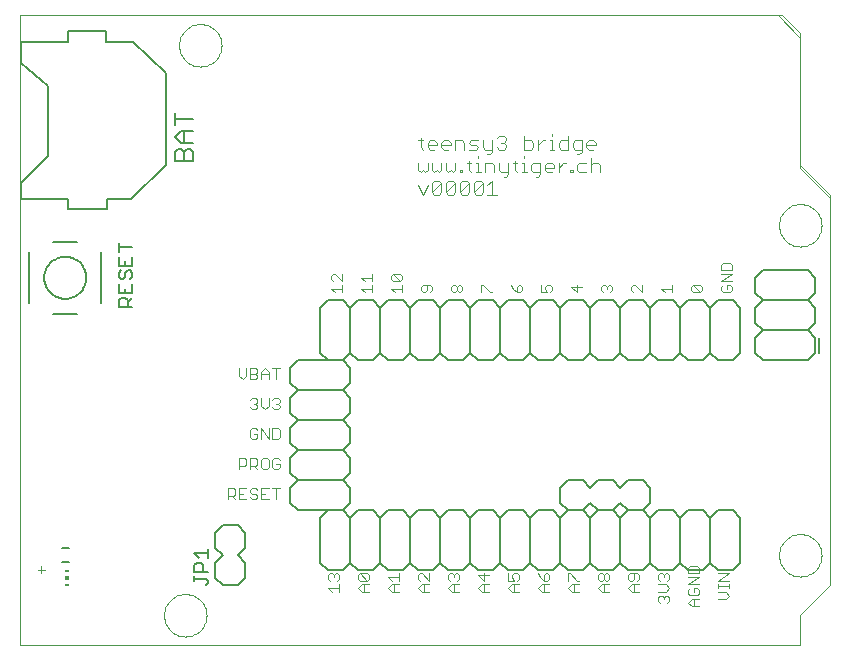
<source format=gto>
G75*
G70*
%OFA0B0*%
%FSLAX24Y24*%
%IPPOS*%
%LPD*%
%AMOC8*
5,1,8,0,0,1.08239X$1,22.5*
%
%ADD10C,0.0000*%
%ADD11C,0.0040*%
%ADD12C,0.0030*%
%ADD13C,0.0080*%
%ADD14C,0.0060*%
%ADD15C,0.0050*%
%ADD16R,0.0118X0.0059*%
%ADD17R,0.0118X0.0118*%
D10*
X007831Y006663D02*
X007831Y027663D01*
X033231Y027663D01*
X033831Y027063D01*
X033831Y022563D01*
X034831Y021563D01*
X034831Y008663D01*
X033831Y007663D01*
X033831Y006663D01*
X007831Y006663D01*
X007831Y027663D01*
X033081Y027663D01*
X033831Y026913D01*
X033831Y022663D01*
X034831Y021663D01*
X034831Y008663D01*
X033831Y007663D01*
X033831Y006663D01*
X007831Y006663D01*
X012622Y007663D02*
X012624Y007716D01*
X012630Y007769D01*
X012640Y007821D01*
X012653Y007872D01*
X012671Y007922D01*
X012692Y007971D01*
X012717Y008018D01*
X012745Y008062D01*
X012777Y008105D01*
X012811Y008145D01*
X012849Y008183D01*
X012889Y008217D01*
X012932Y008249D01*
X012977Y008277D01*
X013023Y008302D01*
X013072Y008323D01*
X013122Y008341D01*
X013173Y008354D01*
X013225Y008364D01*
X013278Y008370D01*
X013331Y008372D01*
X013384Y008370D01*
X013437Y008364D01*
X013489Y008354D01*
X013540Y008341D01*
X013590Y008323D01*
X013639Y008302D01*
X013686Y008277D01*
X013730Y008249D01*
X013773Y008217D01*
X013813Y008183D01*
X013851Y008145D01*
X013885Y008105D01*
X013917Y008062D01*
X013945Y008017D01*
X013970Y007971D01*
X013991Y007922D01*
X014009Y007872D01*
X014022Y007821D01*
X014032Y007769D01*
X014038Y007716D01*
X014040Y007663D01*
X014038Y007610D01*
X014032Y007557D01*
X014022Y007505D01*
X014009Y007454D01*
X013991Y007404D01*
X013970Y007355D01*
X013945Y007308D01*
X013917Y007264D01*
X013885Y007221D01*
X013851Y007181D01*
X013813Y007143D01*
X013773Y007109D01*
X013730Y007077D01*
X013685Y007049D01*
X013639Y007024D01*
X013590Y007003D01*
X013540Y006985D01*
X013489Y006972D01*
X013437Y006962D01*
X013384Y006956D01*
X013331Y006954D01*
X013278Y006956D01*
X013225Y006962D01*
X013173Y006972D01*
X013122Y006985D01*
X013072Y007003D01*
X013023Y007024D01*
X012976Y007049D01*
X012932Y007077D01*
X012889Y007109D01*
X012849Y007143D01*
X012811Y007181D01*
X012777Y007221D01*
X012745Y007264D01*
X012717Y007309D01*
X012692Y007355D01*
X012671Y007404D01*
X012653Y007454D01*
X012640Y007505D01*
X012630Y007557D01*
X012624Y007610D01*
X012622Y007663D01*
X033122Y009663D02*
X033124Y009716D01*
X033130Y009769D01*
X033140Y009821D01*
X033153Y009872D01*
X033171Y009922D01*
X033192Y009971D01*
X033217Y010018D01*
X033245Y010062D01*
X033277Y010105D01*
X033311Y010145D01*
X033349Y010183D01*
X033389Y010217D01*
X033432Y010249D01*
X033477Y010277D01*
X033523Y010302D01*
X033572Y010323D01*
X033622Y010341D01*
X033673Y010354D01*
X033725Y010364D01*
X033778Y010370D01*
X033831Y010372D01*
X033884Y010370D01*
X033937Y010364D01*
X033989Y010354D01*
X034040Y010341D01*
X034090Y010323D01*
X034139Y010302D01*
X034186Y010277D01*
X034230Y010249D01*
X034273Y010217D01*
X034313Y010183D01*
X034351Y010145D01*
X034385Y010105D01*
X034417Y010062D01*
X034445Y010017D01*
X034470Y009971D01*
X034491Y009922D01*
X034509Y009872D01*
X034522Y009821D01*
X034532Y009769D01*
X034538Y009716D01*
X034540Y009663D01*
X034538Y009610D01*
X034532Y009557D01*
X034522Y009505D01*
X034509Y009454D01*
X034491Y009404D01*
X034470Y009355D01*
X034445Y009308D01*
X034417Y009264D01*
X034385Y009221D01*
X034351Y009181D01*
X034313Y009143D01*
X034273Y009109D01*
X034230Y009077D01*
X034185Y009049D01*
X034139Y009024D01*
X034090Y009003D01*
X034040Y008985D01*
X033989Y008972D01*
X033937Y008962D01*
X033884Y008956D01*
X033831Y008954D01*
X033778Y008956D01*
X033725Y008962D01*
X033673Y008972D01*
X033622Y008985D01*
X033572Y009003D01*
X033523Y009024D01*
X033476Y009049D01*
X033432Y009077D01*
X033389Y009109D01*
X033349Y009143D01*
X033311Y009181D01*
X033277Y009221D01*
X033245Y009264D01*
X033217Y009309D01*
X033192Y009355D01*
X033171Y009404D01*
X033153Y009454D01*
X033140Y009505D01*
X033130Y009557D01*
X033124Y009610D01*
X033122Y009663D01*
X033122Y020663D02*
X033124Y020716D01*
X033130Y020769D01*
X033140Y020821D01*
X033153Y020872D01*
X033171Y020922D01*
X033192Y020971D01*
X033217Y021018D01*
X033245Y021062D01*
X033277Y021105D01*
X033311Y021145D01*
X033349Y021183D01*
X033389Y021217D01*
X033432Y021249D01*
X033477Y021277D01*
X033523Y021302D01*
X033572Y021323D01*
X033622Y021341D01*
X033673Y021354D01*
X033725Y021364D01*
X033778Y021370D01*
X033831Y021372D01*
X033884Y021370D01*
X033937Y021364D01*
X033989Y021354D01*
X034040Y021341D01*
X034090Y021323D01*
X034139Y021302D01*
X034186Y021277D01*
X034230Y021249D01*
X034273Y021217D01*
X034313Y021183D01*
X034351Y021145D01*
X034385Y021105D01*
X034417Y021062D01*
X034445Y021017D01*
X034470Y020971D01*
X034491Y020922D01*
X034509Y020872D01*
X034522Y020821D01*
X034532Y020769D01*
X034538Y020716D01*
X034540Y020663D01*
X034538Y020610D01*
X034532Y020557D01*
X034522Y020505D01*
X034509Y020454D01*
X034491Y020404D01*
X034470Y020355D01*
X034445Y020308D01*
X034417Y020264D01*
X034385Y020221D01*
X034351Y020181D01*
X034313Y020143D01*
X034273Y020109D01*
X034230Y020077D01*
X034185Y020049D01*
X034139Y020024D01*
X034090Y020003D01*
X034040Y019985D01*
X033989Y019972D01*
X033937Y019962D01*
X033884Y019956D01*
X033831Y019954D01*
X033778Y019956D01*
X033725Y019962D01*
X033673Y019972D01*
X033622Y019985D01*
X033572Y020003D01*
X033523Y020024D01*
X033476Y020049D01*
X033432Y020077D01*
X033389Y020109D01*
X033349Y020143D01*
X033311Y020181D01*
X033277Y020221D01*
X033245Y020264D01*
X033217Y020309D01*
X033192Y020355D01*
X033171Y020404D01*
X033153Y020454D01*
X033140Y020505D01*
X033130Y020557D01*
X033124Y020610D01*
X033122Y020663D01*
X013122Y026663D02*
X013124Y026716D01*
X013130Y026769D01*
X013140Y026821D01*
X013153Y026872D01*
X013171Y026922D01*
X013192Y026971D01*
X013217Y027018D01*
X013245Y027062D01*
X013277Y027105D01*
X013311Y027145D01*
X013349Y027183D01*
X013389Y027217D01*
X013432Y027249D01*
X013477Y027277D01*
X013523Y027302D01*
X013572Y027323D01*
X013622Y027341D01*
X013673Y027354D01*
X013725Y027364D01*
X013778Y027370D01*
X013831Y027372D01*
X013884Y027370D01*
X013937Y027364D01*
X013989Y027354D01*
X014040Y027341D01*
X014090Y027323D01*
X014139Y027302D01*
X014186Y027277D01*
X014230Y027249D01*
X014273Y027217D01*
X014313Y027183D01*
X014351Y027145D01*
X014385Y027105D01*
X014417Y027062D01*
X014445Y027017D01*
X014470Y026971D01*
X014491Y026922D01*
X014509Y026872D01*
X014522Y026821D01*
X014532Y026769D01*
X014538Y026716D01*
X014540Y026663D01*
X014538Y026610D01*
X014532Y026557D01*
X014522Y026505D01*
X014509Y026454D01*
X014491Y026404D01*
X014470Y026355D01*
X014445Y026308D01*
X014417Y026264D01*
X014385Y026221D01*
X014351Y026181D01*
X014313Y026143D01*
X014273Y026109D01*
X014230Y026077D01*
X014185Y026049D01*
X014139Y026024D01*
X014090Y026003D01*
X014040Y025985D01*
X013989Y025972D01*
X013937Y025962D01*
X013884Y025956D01*
X013831Y025954D01*
X013778Y025956D01*
X013725Y025962D01*
X013673Y025972D01*
X013622Y025985D01*
X013572Y026003D01*
X013523Y026024D01*
X013476Y026049D01*
X013432Y026077D01*
X013389Y026109D01*
X013349Y026143D01*
X013311Y026181D01*
X013277Y026221D01*
X013245Y026264D01*
X013217Y026309D01*
X013192Y026355D01*
X013171Y026404D01*
X013153Y026454D01*
X013140Y026505D01*
X013130Y026557D01*
X013124Y026610D01*
X013122Y026663D01*
D11*
X021101Y023490D02*
X021254Y023490D01*
X021178Y023567D02*
X021178Y023260D01*
X021254Y023183D01*
X021408Y023260D02*
X021408Y023413D01*
X021485Y023490D01*
X021638Y023490D01*
X021715Y023413D01*
X021715Y023336D01*
X021408Y023336D01*
X021408Y023260D02*
X021485Y023183D01*
X021638Y023183D01*
X021868Y023260D02*
X021868Y023413D01*
X021945Y023490D01*
X022098Y023490D01*
X022175Y023413D01*
X022175Y023336D01*
X021868Y023336D01*
X021868Y023260D02*
X021945Y023183D01*
X022098Y023183D01*
X022329Y023183D02*
X022329Y023490D01*
X022559Y023490D01*
X022636Y023413D01*
X022636Y023183D01*
X022789Y023183D02*
X023019Y023183D01*
X023096Y023260D01*
X023019Y023336D01*
X022866Y023336D01*
X022789Y023413D01*
X022866Y023490D01*
X023096Y023490D01*
X023249Y023490D02*
X023249Y023260D01*
X023326Y023183D01*
X023556Y023183D01*
X023556Y023106D02*
X023480Y023030D01*
X023403Y023030D01*
X023556Y023106D02*
X023556Y023490D01*
X023710Y023567D02*
X023787Y023643D01*
X023940Y023643D01*
X024017Y023567D01*
X024017Y023490D01*
X023940Y023413D01*
X024017Y023336D01*
X024017Y023260D01*
X023940Y023183D01*
X023787Y023183D01*
X023710Y023260D01*
X023863Y023413D02*
X023940Y023413D01*
X024631Y023490D02*
X024861Y023490D01*
X024938Y023413D01*
X024938Y023260D01*
X024861Y023183D01*
X024631Y023183D01*
X024631Y023643D01*
X025091Y023490D02*
X025091Y023183D01*
X025091Y023336D02*
X025245Y023490D01*
X025321Y023490D01*
X025475Y023490D02*
X025551Y023490D01*
X025551Y023183D01*
X025475Y023183D02*
X025628Y023183D01*
X025782Y023260D02*
X025782Y023413D01*
X025858Y023490D01*
X026089Y023490D01*
X026089Y023643D02*
X026089Y023183D01*
X025858Y023183D01*
X025782Y023260D01*
X025551Y023643D02*
X025551Y023720D01*
X026242Y023413D02*
X026242Y023260D01*
X026319Y023183D01*
X026549Y023183D01*
X026549Y023106D02*
X026549Y023490D01*
X026319Y023490D01*
X026242Y023413D01*
X026549Y023106D02*
X026472Y023030D01*
X026395Y023030D01*
X026472Y022740D02*
X026395Y022663D01*
X026395Y022510D01*
X026472Y022433D01*
X026702Y022433D01*
X026856Y022433D02*
X026856Y022893D01*
X026933Y022740D02*
X026856Y022663D01*
X026933Y022740D02*
X027086Y022740D01*
X027163Y022663D01*
X027163Y022433D01*
X026702Y022740D02*
X026472Y022740D01*
X026242Y022510D02*
X026242Y022433D01*
X026165Y022433D01*
X026165Y022510D01*
X026242Y022510D01*
X026012Y022740D02*
X025935Y022740D01*
X025782Y022586D01*
X025782Y022433D02*
X025782Y022740D01*
X025628Y022663D02*
X025628Y022586D01*
X025321Y022586D01*
X025321Y022510D02*
X025321Y022663D01*
X025398Y022740D01*
X025551Y022740D01*
X025628Y022663D01*
X025551Y022433D02*
X025398Y022433D01*
X025321Y022510D01*
X025168Y022433D02*
X024938Y022433D01*
X024861Y022510D01*
X024861Y022663D01*
X024938Y022740D01*
X025168Y022740D01*
X025168Y022356D01*
X025091Y022280D01*
X025014Y022280D01*
X024707Y022433D02*
X024554Y022433D01*
X024631Y022433D02*
X024631Y022740D01*
X024554Y022740D01*
X024400Y022740D02*
X024247Y022740D01*
X024324Y022817D02*
X024324Y022510D01*
X024400Y022433D01*
X024094Y022433D02*
X023863Y022433D01*
X023787Y022510D01*
X023787Y022740D01*
X023633Y022663D02*
X023633Y022433D01*
X023633Y022663D02*
X023556Y022740D01*
X023326Y022740D01*
X023326Y022433D01*
X023173Y022433D02*
X023019Y022433D01*
X023096Y022433D02*
X023096Y022740D01*
X023019Y022740D01*
X022866Y022740D02*
X022712Y022740D01*
X022789Y022817D02*
X022789Y022510D01*
X022866Y022433D01*
X022559Y022433D02*
X022559Y022510D01*
X022482Y022510D01*
X022482Y022433D01*
X022559Y022433D01*
X022329Y022510D02*
X022329Y022740D01*
X022329Y022510D02*
X022252Y022433D01*
X022175Y022510D01*
X022098Y022433D01*
X022022Y022510D01*
X022022Y022740D01*
X021868Y022740D02*
X021868Y022510D01*
X021792Y022433D01*
X021715Y022510D01*
X021638Y022433D01*
X021561Y022510D01*
X021561Y022740D01*
X021408Y022740D02*
X021408Y022510D01*
X021331Y022433D01*
X021254Y022510D01*
X021178Y022433D01*
X021101Y022510D01*
X021101Y022740D01*
X021101Y021990D02*
X021254Y021683D01*
X021408Y021990D01*
X021561Y022067D02*
X021638Y022143D01*
X021792Y022143D01*
X021868Y022067D01*
X021561Y021760D01*
X021638Y021683D01*
X021792Y021683D01*
X021868Y021760D01*
X021868Y022067D01*
X022022Y022067D02*
X022098Y022143D01*
X022252Y022143D01*
X022329Y022067D01*
X022022Y021760D01*
X022098Y021683D01*
X022252Y021683D01*
X022329Y021760D01*
X022329Y022067D01*
X022482Y022067D02*
X022482Y021760D01*
X022789Y022067D01*
X022789Y021760D01*
X022712Y021683D01*
X022559Y021683D01*
X022482Y021760D01*
X022482Y022067D02*
X022559Y022143D01*
X022712Y022143D01*
X022789Y022067D01*
X022943Y022067D02*
X023019Y022143D01*
X023173Y022143D01*
X023249Y022067D01*
X022943Y021760D01*
X023019Y021683D01*
X023173Y021683D01*
X023249Y021760D01*
X023249Y022067D01*
X023403Y021990D02*
X023556Y022143D01*
X023556Y021683D01*
X023403Y021683D02*
X023710Y021683D01*
X023940Y022280D02*
X024017Y022280D01*
X024094Y022356D01*
X024094Y022740D01*
X024631Y022893D02*
X024631Y022970D01*
X023096Y022970D02*
X023096Y022893D01*
X022943Y022067D02*
X022943Y021760D01*
X022022Y021760D02*
X022022Y022067D01*
X021561Y022067D02*
X021561Y021760D01*
X026702Y023260D02*
X026702Y023413D01*
X026779Y023490D01*
X026933Y023490D01*
X027009Y023413D01*
X027009Y023336D01*
X026702Y023336D01*
X026702Y023260D02*
X026779Y023183D01*
X026933Y023183D01*
D12*
X031196Y019350D02*
X031196Y019165D01*
X031566Y019165D01*
X031566Y019350D01*
X031504Y019411D01*
X031257Y019411D01*
X031196Y019350D01*
X031196Y019043D02*
X031566Y019043D01*
X031196Y018796D01*
X031566Y018796D01*
X031504Y018675D02*
X031381Y018675D01*
X031381Y018551D01*
X031504Y018428D02*
X031257Y018428D01*
X031196Y018490D01*
X031196Y018613D01*
X031257Y018675D01*
X031504Y018675D02*
X031566Y018613D01*
X031566Y018490D01*
X031504Y018428D01*
X030566Y018490D02*
X030504Y018428D01*
X030257Y018675D01*
X030504Y018675D01*
X030566Y018613D01*
X030566Y018490D01*
X030504Y018428D02*
X030257Y018428D01*
X030196Y018490D01*
X030196Y018613D01*
X030257Y018675D01*
X029566Y018675D02*
X029566Y018428D01*
X029566Y018551D02*
X029196Y018551D01*
X029319Y018428D01*
X028566Y018428D02*
X028319Y018675D01*
X028257Y018675D01*
X028196Y018613D01*
X028196Y018490D01*
X028257Y018428D01*
X028566Y018428D02*
X028566Y018675D01*
X027566Y018613D02*
X027566Y018490D01*
X027504Y018428D01*
X027381Y018551D02*
X027381Y018613D01*
X027443Y018675D01*
X027504Y018675D01*
X027566Y018613D01*
X027381Y018613D02*
X027319Y018675D01*
X027257Y018675D01*
X027196Y018613D01*
X027196Y018490D01*
X027257Y018428D01*
X026566Y018613D02*
X026196Y018613D01*
X026381Y018428D01*
X026381Y018675D01*
X025566Y018613D02*
X025566Y018490D01*
X025504Y018428D01*
X025381Y018428D02*
X025319Y018551D01*
X025319Y018613D01*
X025381Y018675D01*
X025504Y018675D01*
X025566Y018613D01*
X025381Y018428D02*
X025196Y018428D01*
X025196Y018675D01*
X024566Y018613D02*
X024504Y018675D01*
X024443Y018675D01*
X024381Y018613D01*
X024381Y018428D01*
X024504Y018428D01*
X024566Y018490D01*
X024566Y018613D01*
X024381Y018428D02*
X024257Y018551D01*
X024196Y018675D01*
X023566Y018428D02*
X023504Y018428D01*
X023257Y018675D01*
X023196Y018675D01*
X023196Y018428D01*
X022566Y018490D02*
X022504Y018428D01*
X022443Y018428D01*
X022381Y018490D01*
X022381Y018613D01*
X022443Y018675D01*
X022504Y018675D01*
X022566Y018613D01*
X022566Y018490D01*
X022381Y018490D02*
X022319Y018428D01*
X022257Y018428D01*
X022196Y018490D01*
X022196Y018613D01*
X022257Y018675D01*
X022319Y018675D01*
X022381Y018613D01*
X021566Y018613D02*
X021504Y018675D01*
X021257Y018675D01*
X021196Y018613D01*
X021196Y018490D01*
X021257Y018428D01*
X021319Y018428D01*
X021381Y018490D01*
X021381Y018675D01*
X021566Y018613D02*
X021566Y018490D01*
X021504Y018428D01*
X020566Y018428D02*
X020566Y018675D01*
X020566Y018551D02*
X020196Y018551D01*
X020319Y018428D01*
X020257Y018796D02*
X020196Y018858D01*
X020196Y018981D01*
X020257Y019043D01*
X020504Y018796D01*
X020566Y018858D01*
X020566Y018981D01*
X020504Y019043D01*
X020257Y019043D01*
X020257Y018796D02*
X020504Y018796D01*
X019566Y018796D02*
X019566Y019043D01*
X019566Y018920D02*
X019196Y018920D01*
X019319Y018796D01*
X019196Y018551D02*
X019566Y018551D01*
X019566Y018428D02*
X019566Y018675D01*
X019319Y018428D02*
X019196Y018551D01*
X018566Y018551D02*
X018196Y018551D01*
X018319Y018428D01*
X018566Y018428D02*
X018566Y018675D01*
X018566Y018796D02*
X018319Y019043D01*
X018257Y019043D01*
X018196Y018981D01*
X018196Y018858D01*
X018257Y018796D01*
X018566Y018796D02*
X018566Y019043D01*
X016475Y015898D02*
X016228Y015898D01*
X016351Y015898D02*
X016351Y015528D01*
X016106Y015528D02*
X016106Y015775D01*
X015983Y015898D01*
X015859Y015775D01*
X015859Y015528D01*
X015738Y015590D02*
X015676Y015528D01*
X015491Y015528D01*
X015491Y015898D01*
X015676Y015898D01*
X015738Y015837D01*
X015738Y015775D01*
X015676Y015713D01*
X015491Y015713D01*
X015370Y015651D02*
X015246Y015528D01*
X015123Y015651D01*
X015123Y015898D01*
X015370Y015898D02*
X015370Y015651D01*
X015676Y015713D02*
X015738Y015651D01*
X015738Y015590D01*
X015859Y015713D02*
X016106Y015713D01*
X016106Y014898D02*
X016106Y014651D01*
X015983Y014528D01*
X015859Y014651D01*
X015859Y014898D01*
X015738Y014837D02*
X015738Y014775D01*
X015676Y014713D01*
X015738Y014651D01*
X015738Y014590D01*
X015676Y014528D01*
X015553Y014528D01*
X015491Y014590D01*
X015614Y014713D02*
X015676Y014713D01*
X015738Y014837D02*
X015676Y014898D01*
X015553Y014898D01*
X015491Y014837D01*
X016228Y014837D02*
X016289Y014898D01*
X016413Y014898D01*
X016475Y014837D01*
X016475Y014775D01*
X016413Y014713D01*
X016475Y014651D01*
X016475Y014590D01*
X016413Y014528D01*
X016289Y014528D01*
X016228Y014590D01*
X016351Y014713D02*
X016413Y014713D01*
X016413Y013898D02*
X016228Y013898D01*
X016228Y013528D01*
X016413Y013528D01*
X016475Y013590D01*
X016475Y013837D01*
X016413Y013898D01*
X016106Y013898D02*
X016106Y013528D01*
X015859Y013898D01*
X015859Y013528D01*
X015738Y013590D02*
X015738Y013713D01*
X015614Y013713D01*
X015491Y013590D02*
X015491Y013837D01*
X015553Y013898D01*
X015676Y013898D01*
X015738Y013837D01*
X015738Y013590D02*
X015676Y013528D01*
X015553Y013528D01*
X015491Y013590D01*
X015491Y012898D02*
X015676Y012898D01*
X015738Y012837D01*
X015738Y012713D01*
X015676Y012651D01*
X015491Y012651D01*
X015491Y012528D02*
X015491Y012898D01*
X015370Y012837D02*
X015370Y012713D01*
X015308Y012651D01*
X015123Y012651D01*
X015123Y012528D02*
X015123Y012898D01*
X015308Y012898D01*
X015370Y012837D01*
X015614Y012651D02*
X015738Y012528D01*
X015859Y012590D02*
X015921Y012528D01*
X016044Y012528D01*
X016106Y012590D01*
X016106Y012837D01*
X016044Y012898D01*
X015921Y012898D01*
X015859Y012837D01*
X015859Y012590D01*
X016228Y012590D02*
X016228Y012837D01*
X016289Y012898D01*
X016413Y012898D01*
X016475Y012837D01*
X016475Y012713D02*
X016351Y012713D01*
X016475Y012713D02*
X016475Y012590D01*
X016413Y012528D01*
X016289Y012528D01*
X016228Y012590D01*
X016228Y011898D02*
X016475Y011898D01*
X016351Y011898D02*
X016351Y011528D01*
X016106Y011528D02*
X015859Y011528D01*
X015859Y011898D01*
X016106Y011898D01*
X015983Y011713D02*
X015859Y011713D01*
X015738Y011651D02*
X015738Y011590D01*
X015676Y011528D01*
X015553Y011528D01*
X015491Y011590D01*
X015370Y011528D02*
X015123Y011528D01*
X015123Y011898D01*
X015370Y011898D01*
X015491Y011837D02*
X015491Y011775D01*
X015553Y011713D01*
X015676Y011713D01*
X015738Y011651D01*
X015738Y011837D02*
X015676Y011898D01*
X015553Y011898D01*
X015491Y011837D01*
X015246Y011713D02*
X015123Y011713D01*
X015001Y011713D02*
X014940Y011651D01*
X014754Y011651D01*
X014754Y011528D02*
X014754Y011898D01*
X014940Y011898D01*
X015001Y011837D01*
X015001Y011713D01*
X014878Y011651D02*
X015001Y011528D01*
X018096Y008995D02*
X018157Y009057D01*
X018219Y009057D01*
X018281Y008995D01*
X018343Y009057D01*
X018404Y009057D01*
X018466Y008995D01*
X018466Y008871D01*
X018404Y008810D01*
X018466Y008688D02*
X018466Y008441D01*
X018466Y008565D02*
X018096Y008565D01*
X018219Y008441D01*
X018157Y008810D02*
X018096Y008871D01*
X018096Y008995D01*
X018281Y008995D02*
X018281Y008933D01*
X019096Y008871D02*
X019096Y008995D01*
X019157Y009057D01*
X019404Y008810D01*
X019466Y008871D01*
X019466Y008995D01*
X019404Y009057D01*
X019157Y009057D01*
X019096Y008871D02*
X019157Y008810D01*
X019404Y008810D01*
X019466Y008688D02*
X019219Y008688D01*
X019096Y008565D01*
X019219Y008441D01*
X019466Y008441D01*
X019281Y008441D02*
X019281Y008688D01*
X020096Y008565D02*
X020219Y008688D01*
X020466Y008688D01*
X020466Y008810D02*
X020466Y009057D01*
X020466Y008933D02*
X020096Y008933D01*
X020219Y008810D01*
X020281Y008688D02*
X020281Y008441D01*
X020219Y008441D02*
X020466Y008441D01*
X020219Y008441D02*
X020096Y008565D01*
X021096Y008565D02*
X021219Y008688D01*
X021466Y008688D01*
X021466Y008810D02*
X021219Y009057D01*
X021157Y009057D01*
X021096Y008995D01*
X021096Y008871D01*
X021157Y008810D01*
X021281Y008688D02*
X021281Y008441D01*
X021219Y008441D02*
X021096Y008565D01*
X021219Y008441D02*
X021466Y008441D01*
X021466Y008810D02*
X021466Y009057D01*
X022096Y008995D02*
X022096Y008871D01*
X022157Y008810D01*
X022219Y008688D02*
X022466Y008688D01*
X022404Y008810D02*
X022466Y008871D01*
X022466Y008995D01*
X022404Y009057D01*
X022343Y009057D01*
X022281Y008995D01*
X022281Y008933D01*
X022281Y008995D02*
X022219Y009057D01*
X022157Y009057D01*
X022096Y008995D01*
X022219Y008688D02*
X022096Y008565D01*
X022219Y008441D01*
X022466Y008441D01*
X022281Y008441D02*
X022281Y008688D01*
X023096Y008565D02*
X023219Y008688D01*
X023466Y008688D01*
X023281Y008688D02*
X023281Y008441D01*
X023219Y008441D02*
X023096Y008565D01*
X023219Y008441D02*
X023466Y008441D01*
X023281Y008810D02*
X023281Y009057D01*
X023466Y008995D02*
X023096Y008995D01*
X023281Y008810D01*
X024096Y008810D02*
X024281Y008810D01*
X024219Y008933D01*
X024219Y008995D01*
X024281Y009057D01*
X024404Y009057D01*
X024466Y008995D01*
X024466Y008871D01*
X024404Y008810D01*
X024466Y008688D02*
X024219Y008688D01*
X024096Y008565D01*
X024219Y008441D01*
X024466Y008441D01*
X024281Y008441D02*
X024281Y008688D01*
X024096Y008810D02*
X024096Y009057D01*
X025096Y009057D02*
X025157Y008933D01*
X025281Y008810D01*
X025281Y008995D01*
X025343Y009057D01*
X025404Y009057D01*
X025466Y008995D01*
X025466Y008871D01*
X025404Y008810D01*
X025281Y008810D01*
X025281Y008688D02*
X025281Y008441D01*
X025219Y008441D02*
X025096Y008565D01*
X025219Y008688D01*
X025466Y008688D01*
X025466Y008441D02*
X025219Y008441D01*
X026096Y008565D02*
X026219Y008688D01*
X026466Y008688D01*
X026466Y008810D02*
X026404Y008810D01*
X026157Y009057D01*
X026096Y009057D01*
X026096Y008810D01*
X026281Y008688D02*
X026281Y008441D01*
X026219Y008441D02*
X026096Y008565D01*
X026219Y008441D02*
X026466Y008441D01*
X027096Y008565D02*
X027219Y008688D01*
X027466Y008688D01*
X027404Y008810D02*
X027343Y008810D01*
X027281Y008871D01*
X027281Y008995D01*
X027343Y009057D01*
X027404Y009057D01*
X027466Y008995D01*
X027466Y008871D01*
X027404Y008810D01*
X027281Y008871D02*
X027219Y008810D01*
X027157Y008810D01*
X027096Y008871D01*
X027096Y008995D01*
X027157Y009057D01*
X027219Y009057D01*
X027281Y008995D01*
X027281Y008688D02*
X027281Y008441D01*
X027219Y008441D02*
X027466Y008441D01*
X027219Y008441D02*
X027096Y008565D01*
X028096Y008565D02*
X028219Y008688D01*
X028466Y008688D01*
X028404Y008810D02*
X028466Y008871D01*
X028466Y008995D01*
X028404Y009057D01*
X028157Y009057D01*
X028096Y008995D01*
X028096Y008871D01*
X028157Y008810D01*
X028219Y008810D01*
X028281Y008871D01*
X028281Y009057D01*
X028281Y008688D02*
X028281Y008441D01*
X028219Y008441D02*
X028096Y008565D01*
X028219Y008441D02*
X028466Y008441D01*
X029096Y008441D02*
X029343Y008441D01*
X029466Y008565D01*
X029343Y008688D01*
X029096Y008688D01*
X029157Y008810D02*
X029096Y008871D01*
X029096Y008995D01*
X029157Y009057D01*
X029219Y009057D01*
X029281Y008995D01*
X029343Y009057D01*
X029404Y009057D01*
X029466Y008995D01*
X029466Y008871D01*
X029404Y008810D01*
X029281Y008933D02*
X029281Y008995D01*
X029343Y008320D02*
X029404Y008320D01*
X029466Y008258D01*
X029466Y008135D01*
X029404Y008073D01*
X029281Y008196D02*
X029281Y008258D01*
X029343Y008320D01*
X029281Y008258D02*
X029219Y008320D01*
X029157Y008320D01*
X029096Y008258D01*
X029096Y008135D01*
X029157Y008073D01*
X030096Y008078D02*
X030219Y007955D01*
X030466Y007955D01*
X030281Y007955D02*
X030281Y008202D01*
X030219Y008202D02*
X030466Y008202D01*
X030404Y008323D02*
X030466Y008385D01*
X030466Y008508D01*
X030404Y008570D01*
X030281Y008570D01*
X030281Y008446D01*
X030404Y008323D02*
X030157Y008323D01*
X030096Y008385D01*
X030096Y008508D01*
X030157Y008570D01*
X030096Y008691D02*
X030466Y008938D01*
X030096Y008938D01*
X030096Y009060D02*
X030096Y009245D01*
X030157Y009307D01*
X030404Y009307D01*
X030466Y009245D01*
X030466Y009060D01*
X030096Y009060D01*
X030096Y008691D02*
X030466Y008691D01*
X031096Y008688D02*
X031096Y008564D01*
X031096Y008626D02*
X031466Y008626D01*
X031466Y008564D02*
X031466Y008688D01*
X031466Y008810D02*
X031096Y008810D01*
X031466Y009057D01*
X031096Y009057D01*
X031096Y008443D02*
X031343Y008443D01*
X031466Y008319D01*
X031343Y008196D01*
X031096Y008196D01*
X030219Y008202D02*
X030096Y008078D01*
X008654Y009183D02*
X008407Y009183D01*
X008531Y009060D02*
X008531Y009307D01*
D13*
X014331Y009413D02*
X014331Y008913D01*
X014581Y008663D01*
X015081Y008663D01*
X015331Y008913D01*
X015331Y009413D01*
X015081Y009663D01*
X015331Y009913D01*
X015331Y010413D01*
X015081Y010663D01*
X014581Y010663D01*
X014331Y010413D01*
X014331Y009913D01*
X014581Y009663D01*
X014331Y009413D01*
X009731Y017713D02*
X008926Y017713D01*
X008131Y018063D02*
X008131Y019763D01*
X008938Y020113D02*
X009731Y020113D01*
X010531Y019763D02*
X010531Y018063D01*
X008631Y018913D02*
X008633Y018965D01*
X008639Y019017D01*
X008649Y019069D01*
X008662Y019119D01*
X008679Y019169D01*
X008700Y019217D01*
X008725Y019263D01*
X008753Y019307D01*
X008784Y019349D01*
X008818Y019389D01*
X008855Y019426D01*
X008895Y019460D01*
X008937Y019491D01*
X008981Y019519D01*
X009027Y019544D01*
X009075Y019565D01*
X009125Y019582D01*
X009175Y019595D01*
X009227Y019605D01*
X009279Y019611D01*
X009331Y019613D01*
X009383Y019611D01*
X009435Y019605D01*
X009487Y019595D01*
X009537Y019582D01*
X009587Y019565D01*
X009635Y019544D01*
X009681Y019519D01*
X009725Y019491D01*
X009767Y019460D01*
X009807Y019426D01*
X009844Y019389D01*
X009878Y019349D01*
X009909Y019307D01*
X009937Y019263D01*
X009962Y019217D01*
X009983Y019169D01*
X010000Y019119D01*
X010013Y019069D01*
X010023Y019017D01*
X010029Y018965D01*
X010031Y018913D01*
X010029Y018861D01*
X010023Y018809D01*
X010013Y018757D01*
X010000Y018707D01*
X009983Y018657D01*
X009962Y018609D01*
X009937Y018563D01*
X009909Y018519D01*
X009878Y018477D01*
X009844Y018437D01*
X009807Y018400D01*
X009767Y018366D01*
X009725Y018335D01*
X009681Y018307D01*
X009635Y018282D01*
X009587Y018261D01*
X009537Y018244D01*
X009487Y018231D01*
X009435Y018221D01*
X009383Y018215D01*
X009331Y018213D01*
X009279Y018215D01*
X009227Y018221D01*
X009175Y018231D01*
X009125Y018244D01*
X009075Y018261D01*
X009027Y018282D01*
X008981Y018307D01*
X008937Y018335D01*
X008895Y018366D01*
X008855Y018400D01*
X008818Y018437D01*
X008784Y018477D01*
X008753Y018519D01*
X008725Y018563D01*
X008700Y018609D01*
X008679Y018657D01*
X008662Y018707D01*
X008649Y018757D01*
X008639Y018809D01*
X008633Y018861D01*
X008631Y018913D01*
X025831Y011913D02*
X025831Y011413D01*
X026081Y011163D01*
X026581Y011163D01*
X026831Y011413D01*
X027081Y011163D01*
X027581Y011163D01*
X027831Y011413D01*
X028081Y011163D01*
X028581Y011163D01*
X028831Y011413D01*
X028831Y011913D01*
X028581Y012163D01*
X028081Y012163D01*
X027831Y011913D01*
X027581Y012163D01*
X027081Y012163D01*
X026831Y011913D01*
X026581Y012163D01*
X026081Y012163D01*
X025831Y011913D01*
X032331Y016413D02*
X032331Y016913D01*
X032581Y017163D01*
X034081Y017163D01*
X034331Y017413D01*
X034331Y017913D01*
X034081Y018163D01*
X032581Y018163D01*
X032331Y018413D01*
X032331Y018913D01*
X032581Y019163D01*
X034081Y019163D01*
X034331Y018913D01*
X034331Y018413D01*
X034081Y018163D01*
X034081Y017163D02*
X034331Y016913D01*
X034331Y016413D01*
X034081Y016163D01*
X032581Y016163D01*
X032331Y016413D01*
X032581Y017163D02*
X032331Y017413D01*
X032331Y017913D01*
X032581Y018163D01*
X034463Y016913D02*
X034463Y016413D01*
D14*
X031831Y016413D02*
X031581Y016163D01*
X031081Y016163D01*
X030831Y016413D01*
X030831Y017913D01*
X030581Y018163D01*
X030081Y018163D01*
X029831Y017913D01*
X029831Y016413D01*
X029581Y016163D01*
X029081Y016163D01*
X028831Y016413D01*
X028831Y017913D01*
X028581Y018163D01*
X028081Y018163D01*
X027831Y017913D01*
X027831Y016413D01*
X027581Y016163D01*
X027081Y016163D01*
X026831Y016413D01*
X026831Y017913D01*
X026581Y018163D01*
X026081Y018163D01*
X025831Y017913D01*
X025831Y016413D01*
X025581Y016163D01*
X025081Y016163D01*
X024831Y016413D01*
X024831Y017913D01*
X025081Y018163D01*
X025581Y018163D01*
X025831Y017913D01*
X024831Y017913D02*
X024581Y018163D01*
X024081Y018163D01*
X023831Y017913D01*
X023831Y016413D01*
X023581Y016163D01*
X023081Y016163D01*
X022831Y016413D01*
X022831Y017913D01*
X023081Y018163D01*
X023581Y018163D01*
X023831Y017913D01*
X022831Y017913D02*
X022581Y018163D01*
X022081Y018163D01*
X021831Y017913D01*
X021831Y016413D01*
X021581Y016163D01*
X021081Y016163D01*
X020831Y016413D01*
X020831Y017913D01*
X021081Y018163D01*
X021581Y018163D01*
X021831Y017913D01*
X020831Y017913D02*
X020581Y018163D01*
X020081Y018163D01*
X019831Y017913D01*
X019831Y016413D01*
X019581Y016163D01*
X019081Y016163D01*
X018831Y016413D01*
X018581Y016163D01*
X018831Y015913D01*
X018831Y015413D01*
X018581Y015163D01*
X017081Y015163D01*
X016831Y014913D01*
X016831Y014413D01*
X017081Y014163D01*
X018581Y014163D01*
X018831Y013913D01*
X018831Y013413D01*
X018581Y013163D01*
X017081Y013163D01*
X016831Y012913D01*
X016831Y012413D01*
X017081Y012163D01*
X016831Y011913D01*
X016831Y011413D01*
X017081Y011163D01*
X018581Y011163D01*
X018831Y011413D01*
X018831Y011913D01*
X018581Y012163D01*
X017081Y012163D01*
X018081Y011163D02*
X018581Y011163D01*
X018831Y010913D01*
X018831Y009413D01*
X018581Y009163D01*
X018081Y009163D01*
X017831Y009413D01*
X017831Y010913D01*
X018081Y011163D01*
X018831Y010913D02*
X019081Y011163D01*
X019581Y011163D01*
X019831Y010913D01*
X019831Y009413D01*
X019581Y009163D01*
X019081Y009163D01*
X018831Y009413D01*
X019831Y009413D02*
X020081Y009163D01*
X020581Y009163D01*
X020831Y009413D01*
X020831Y010913D01*
X021081Y011163D01*
X021581Y011163D01*
X021831Y010913D01*
X021831Y009413D01*
X021581Y009163D01*
X021081Y009163D01*
X020831Y009413D01*
X021831Y009413D02*
X022081Y009163D01*
X022581Y009163D01*
X022831Y009413D01*
X022831Y010913D01*
X023081Y011163D01*
X023581Y011163D01*
X023831Y010913D01*
X023831Y009413D01*
X023581Y009163D01*
X023081Y009163D01*
X022831Y009413D01*
X023831Y009413D02*
X024081Y009163D01*
X024581Y009163D01*
X024831Y009413D01*
X024831Y010913D01*
X025081Y011163D01*
X025581Y011163D01*
X025831Y010913D01*
X025831Y009413D01*
X025581Y009163D01*
X025081Y009163D01*
X024831Y009413D01*
X025831Y009413D02*
X026081Y009163D01*
X026581Y009163D01*
X026831Y009413D01*
X026831Y010913D01*
X026581Y011163D01*
X026081Y011163D01*
X025831Y010913D01*
X024831Y010913D02*
X024581Y011163D01*
X024081Y011163D01*
X023831Y010913D01*
X022831Y010913D02*
X022581Y011163D01*
X022081Y011163D01*
X021831Y010913D01*
X020831Y010913D02*
X020581Y011163D01*
X020081Y011163D01*
X019831Y010913D01*
X018581Y012163D02*
X018831Y012413D01*
X018831Y012913D01*
X018581Y013163D01*
X018581Y014163D02*
X018831Y014413D01*
X018831Y014913D01*
X018581Y015163D01*
X018581Y016163D02*
X018081Y016163D01*
X017831Y016413D01*
X017831Y017913D01*
X018081Y018163D01*
X018581Y018163D01*
X018831Y017913D01*
X018831Y016413D01*
X018581Y016163D02*
X017081Y016163D01*
X016831Y015913D01*
X016831Y015413D01*
X017081Y015163D01*
X017081Y014163D02*
X016831Y013913D01*
X016831Y013413D01*
X017081Y013163D01*
X020081Y016163D02*
X019831Y016413D01*
X020081Y016163D02*
X020581Y016163D01*
X020831Y016413D01*
X021831Y016413D02*
X022081Y016163D01*
X022581Y016163D01*
X022831Y016413D01*
X023831Y016413D02*
X024081Y016163D01*
X024581Y016163D01*
X024831Y016413D01*
X025831Y016413D02*
X026081Y016163D01*
X026581Y016163D01*
X026831Y016413D01*
X027831Y016413D02*
X028081Y016163D01*
X028581Y016163D01*
X028831Y016413D01*
X029831Y016413D02*
X030081Y016163D01*
X030581Y016163D01*
X030831Y016413D01*
X031831Y016413D02*
X031831Y017913D01*
X031581Y018163D01*
X031081Y018163D01*
X030831Y017913D01*
X029831Y017913D02*
X029581Y018163D01*
X029081Y018163D01*
X028831Y017913D01*
X027831Y017913D02*
X027581Y018163D01*
X027081Y018163D01*
X026831Y017913D01*
X019831Y017913D02*
X019581Y018163D01*
X019081Y018163D01*
X018831Y017913D01*
X026831Y010913D02*
X027081Y011163D01*
X027581Y011163D01*
X027831Y010913D01*
X027831Y009413D01*
X027581Y009163D01*
X027081Y009163D01*
X026831Y009413D01*
X027831Y009413D02*
X028081Y009163D01*
X028581Y009163D01*
X028831Y009413D01*
X028831Y010913D01*
X028581Y011163D01*
X028081Y011163D01*
X027831Y010913D01*
X028831Y010913D02*
X029081Y011163D01*
X029581Y011163D01*
X029831Y010913D01*
X029831Y009413D01*
X029581Y009163D01*
X029081Y009163D01*
X028831Y009413D01*
X029831Y009413D02*
X030081Y009163D01*
X030581Y009163D01*
X030831Y009413D01*
X030831Y010913D01*
X030581Y011163D01*
X030081Y011163D01*
X029831Y010913D01*
X030831Y010913D02*
X031081Y011163D01*
X031581Y011163D01*
X031831Y010913D01*
X031831Y009413D01*
X031581Y009163D01*
X031081Y009163D01*
X030831Y009413D01*
X009449Y009427D02*
X009213Y009427D01*
X009213Y009899D02*
X009449Y009899D01*
D15*
X013636Y009729D02*
X013786Y009579D01*
X013861Y009419D02*
X013936Y009344D01*
X013936Y009118D01*
X014086Y009118D02*
X013636Y009118D01*
X013636Y009344D01*
X013711Y009419D01*
X013861Y009419D01*
X014086Y009579D02*
X014086Y009879D01*
X014086Y009729D02*
X013636Y009729D01*
X013636Y008958D02*
X013636Y008808D01*
X013636Y008883D02*
X014011Y008883D01*
X014086Y008808D01*
X014086Y008733D01*
X014011Y008658D01*
X011556Y017938D02*
X011106Y017938D01*
X011106Y018163D01*
X011181Y018238D01*
X011331Y018238D01*
X011406Y018163D01*
X011406Y017938D01*
X011406Y018088D02*
X011556Y018238D01*
X011556Y018398D02*
X011556Y018699D01*
X011481Y018859D02*
X011556Y018934D01*
X011556Y019084D01*
X011481Y019159D01*
X011406Y019159D01*
X011331Y019084D01*
X011331Y018934D01*
X011256Y018859D01*
X011181Y018859D01*
X011106Y018934D01*
X011106Y019084D01*
X011181Y019159D01*
X011106Y019319D02*
X011556Y019319D01*
X011556Y019619D01*
X011331Y019469D02*
X011331Y019319D01*
X011106Y019319D02*
X011106Y019619D01*
X011106Y019780D02*
X011106Y020080D01*
X011106Y019930D02*
X011556Y019930D01*
X011106Y018699D02*
X011106Y018398D01*
X011556Y018398D01*
X011331Y018398D02*
X011331Y018549D01*
X010727Y021189D02*
X009435Y021189D01*
X009435Y021541D01*
X007862Y021541D01*
X007862Y022063D01*
X008747Y022963D01*
X008747Y025320D01*
X007862Y026063D01*
X007862Y026785D01*
X009435Y026785D01*
X009435Y027137D01*
X010687Y027137D01*
X010687Y026785D01*
X011587Y026785D01*
X012703Y025730D01*
X012703Y022657D01*
X011527Y021541D01*
X010727Y021541D01*
X010727Y021189D01*
X012990Y022788D02*
X012990Y023093D01*
X013092Y023195D01*
X013193Y023195D01*
X013295Y023093D01*
X013295Y022788D01*
X013600Y022788D02*
X012990Y022788D01*
X013295Y023093D02*
X013397Y023195D01*
X013499Y023195D01*
X013600Y023093D01*
X013600Y022788D01*
X013600Y023396D02*
X013193Y023396D01*
X012990Y023599D01*
X013193Y023803D01*
X013600Y023803D01*
X013295Y023803D02*
X013295Y023396D01*
X012990Y024003D02*
X012990Y024410D01*
X012990Y024207D02*
X013600Y024207D01*
D16*
X009390Y009149D03*
X009390Y008677D03*
D17*
X009390Y008913D03*
M02*

</source>
